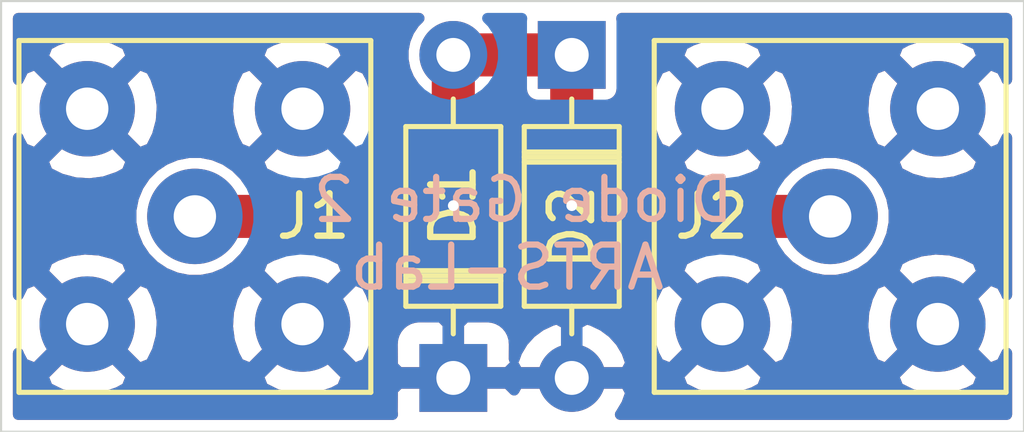
<source format=kicad_pcb>
(kicad_pcb (version 20171130) (host pcbnew "(5.1.4)-1")

  (general
    (thickness 1.6)
    (drawings 5)
    (tracks 10)
    (zones 0)
    (modules 4)
    (nets 3)
  )

  (page A4)
  (title_block
    (title "Diode Gate 2")
    (rev v01)
    (comment 2 "ARTS Lab")
    (comment 3 "University of South Carolina")
    (comment 4 "Jacob Martin")
  )

  (layers
    (0 F.Cu signal hide)
    (31 B.Cu signal hide)
    (32 B.Adhes user)
    (33 F.Adhes user)
    (34 B.Paste user)
    (35 F.Paste user)
    (36 B.SilkS user)
    (37 F.SilkS user)
    (38 B.Mask user)
    (39 F.Mask user)
    (40 Dwgs.User user)
    (41 Cmts.User user)
    (42 Eco1.User user)
    (43 Eco2.User user)
    (44 Edge.Cuts user)
    (45 Margin user)
    (46 B.CrtYd user)
    (47 F.CrtYd user)
    (48 B.Fab user)
    (49 F.Fab user hide)
  )

  (setup
    (last_trace_width 0.1524)
    (user_trace_width 1.016)
    (trace_clearance 0.1524)
    (zone_clearance 0.508)
    (zone_45_only no)
    (trace_min 0.1524)
    (via_size 0.508)
    (via_drill 0.254)
    (via_min_size 0.508)
    (via_min_drill 0.254)
    (uvia_size 0.508)
    (uvia_drill 0.254)
    (uvias_allowed no)
    (uvia_min_size 0.2)
    (uvia_min_drill 0.1)
    (edge_width 0.05)
    (segment_width 0.2)
    (pcb_text_width 0.3)
    (pcb_text_size 1.5 1.5)
    (mod_edge_width 0.12)
    (mod_text_size 1 1)
    (mod_text_width 0.15)
    (pad_size 2.25 2.25)
    (pad_drill 1)
    (pad_to_mask_clearance 0.051)
    (solder_mask_min_width 0.25)
    (aux_axis_origin 0 0)
    (visible_elements 7FFFFFFF)
    (pcbplotparams
      (layerselection 0x010fc_ffffffff)
      (usegerberextensions false)
      (usegerberattributes false)
      (usegerberadvancedattributes false)
      (creategerberjobfile false)
      (excludeedgelayer true)
      (linewidth 0.100000)
      (plotframeref false)
      (viasonmask false)
      (mode 1)
      (useauxorigin false)
      (hpglpennumber 1)
      (hpglpenspeed 20)
      (hpglpendiameter 15.000000)
      (psnegative false)
      (psa4output false)
      (plotreference true)
      (plotvalue true)
      (plotinvisibletext false)
      (padsonsilk false)
      (subtractmaskfromsilk false)
      (outputformat 1)
      (mirror false)
      (drillshape 1)
      (scaleselection 1)
      (outputdirectory ""))
  )

  (net 0 "")
  (net 1 "Net-(D1-Pad2)")
  (net 2 GND)

  (net_class Default "This is the default net class."
    (clearance 0.1524)
    (trace_width 0.1524)
    (via_dia 0.508)
    (via_drill 0.254)
    (uvia_dia 0.508)
    (uvia_drill 0.254)
    (add_net GND)
    (add_net "Net-(D1-Pad2)")
  )

  (module Diode_THT:D_DO-35_SOD27_P7.62mm_Horizontal (layer F.Cu) (tedit 5AE50CD5) (tstamp 5F7C2D1F)
    (at 140.97 106.68 90)
    (descr "Diode, DO-35_SOD27 series, Axial, Horizontal, pin pitch=7.62mm, , length*diameter=4*2mm^2, , http://www.diodes.com/_files/packages/DO-35.pdf")
    (tags "Diode DO-35_SOD27 series Axial Horizontal pin pitch 7.62mm  length 4mm diameter 2mm")
    (path /5F7C1B2E)
    (fp_text reference D1 (at 4.064 0 90) (layer F.SilkS)
      (effects (font (size 1 1) (thickness 0.15)))
    )
    (fp_text value 1N4148 (at 3.81 -2.286 90) (layer F.Fab)
      (effects (font (size 1 1) (thickness 0.15)))
    )
    (fp_text user K (at 0 -1.8 90) (layer F.Fab)
      (effects (font (size 1 1) (thickness 0.15)))
    )
    (fp_text user %R (at 4.11 0 90) (layer F.Fab)
      (effects (font (size 0.8 0.8) (thickness 0.12)))
    )
    (fp_line (start 8.67 -1.25) (end -1.05 -1.25) (layer F.CrtYd) (width 0.05))
    (fp_line (start 8.67 1.25) (end 8.67 -1.25) (layer F.CrtYd) (width 0.05))
    (fp_line (start -1.05 1.25) (end 8.67 1.25) (layer F.CrtYd) (width 0.05))
    (fp_line (start -1.05 -1.25) (end -1.05 1.25) (layer F.CrtYd) (width 0.05))
    (fp_line (start 2.29 -1.12) (end 2.29 1.12) (layer F.SilkS) (width 0.12))
    (fp_line (start 2.53 -1.12) (end 2.53 1.12) (layer F.SilkS) (width 0.12))
    (fp_line (start 2.41 -1.12) (end 2.41 1.12) (layer F.SilkS) (width 0.12))
    (fp_line (start 6.58 0) (end 5.93 0) (layer F.SilkS) (width 0.12))
    (fp_line (start 1.04 0) (end 1.69 0) (layer F.SilkS) (width 0.12))
    (fp_line (start 5.93 -1.12) (end 1.69 -1.12) (layer F.SilkS) (width 0.12))
    (fp_line (start 5.93 1.12) (end 5.93 -1.12) (layer F.SilkS) (width 0.12))
    (fp_line (start 1.69 1.12) (end 5.93 1.12) (layer F.SilkS) (width 0.12))
    (fp_line (start 1.69 -1.12) (end 1.69 1.12) (layer F.SilkS) (width 0.12))
    (fp_line (start 2.31 -1) (end 2.31 1) (layer F.Fab) (width 0.1))
    (fp_line (start 2.51 -1) (end 2.51 1) (layer F.Fab) (width 0.1))
    (fp_line (start 2.41 -1) (end 2.41 1) (layer F.Fab) (width 0.1))
    (fp_line (start 7.62 0) (end 5.81 0) (layer F.Fab) (width 0.1))
    (fp_line (start 0 0) (end 1.81 0) (layer F.Fab) (width 0.1))
    (fp_line (start 5.81 -1) (end 1.81 -1) (layer F.Fab) (width 0.1))
    (fp_line (start 5.81 1) (end 5.81 -1) (layer F.Fab) (width 0.1))
    (fp_line (start 1.81 1) (end 5.81 1) (layer F.Fab) (width 0.1))
    (fp_line (start 1.81 -1) (end 1.81 1) (layer F.Fab) (width 0.1))
    (pad 2 thru_hole oval (at 7.62 0 90) (size 1.6 1.6) (drill 0.8) (layers *.Cu *.Mask)
      (net 1 "Net-(D1-Pad2)"))
    (pad 1 thru_hole rect (at 0 0 90) (size 1.6 1.6) (drill 0.8) (layers *.Cu *.Mask)
      (net 2 GND))
    (model ${KISYS3DMOD}/Diode_THT.3dshapes/D_DO-35_SOD27_P7.62mm_Horizontal.wrl
      (at (xyz 0 0 0))
      (scale (xyz 1 1 1))
      (rotate (xyz 0 0 0))
    )
  )

  (module Diode_THT:D_DO-35_SOD27_P7.62mm_Horizontal (layer F.Cu) (tedit 5AE50CD5) (tstamp 5F7C2D3E)
    (at 143.764 99.06 270)
    (descr "Diode, DO-35_SOD27 series, Axial, Horizontal, pin pitch=7.62mm, , length*diameter=4*2mm^2, , http://www.diodes.com/_files/packages/DO-35.pdf")
    (tags "Diode DO-35_SOD27 series Axial Horizontal pin pitch 7.62mm  length 4mm diameter 2mm")
    (path /5F7C0D01)
    (fp_text reference D2 (at 4.064 0 90) (layer F.SilkS)
      (effects (font (size 1 1) (thickness 0.15)))
    )
    (fp_text value 1N4148 (at 3.81 2.12 90) (layer F.Fab)
      (effects (font (size 1 1) (thickness 0.15)))
    )
    (fp_line (start 1.81 -1) (end 1.81 1) (layer F.Fab) (width 0.1))
    (fp_line (start 1.81 1) (end 5.81 1) (layer F.Fab) (width 0.1))
    (fp_line (start 5.81 1) (end 5.81 -1) (layer F.Fab) (width 0.1))
    (fp_line (start 5.81 -1) (end 1.81 -1) (layer F.Fab) (width 0.1))
    (fp_line (start 0 0) (end 1.81 0) (layer F.Fab) (width 0.1))
    (fp_line (start 7.62 0) (end 5.81 0) (layer F.Fab) (width 0.1))
    (fp_line (start 2.41 -1) (end 2.41 1) (layer F.Fab) (width 0.1))
    (fp_line (start 2.51 -1) (end 2.51 1) (layer F.Fab) (width 0.1))
    (fp_line (start 2.31 -1) (end 2.31 1) (layer F.Fab) (width 0.1))
    (fp_line (start 1.69 -1.12) (end 1.69 1.12) (layer F.SilkS) (width 0.12))
    (fp_line (start 1.69 1.12) (end 5.93 1.12) (layer F.SilkS) (width 0.12))
    (fp_line (start 5.93 1.12) (end 5.93 -1.12) (layer F.SilkS) (width 0.12))
    (fp_line (start 5.93 -1.12) (end 1.69 -1.12) (layer F.SilkS) (width 0.12))
    (fp_line (start 1.04 0) (end 1.69 0) (layer F.SilkS) (width 0.12))
    (fp_line (start 6.58 0) (end 5.93 0) (layer F.SilkS) (width 0.12))
    (fp_line (start 2.41 -1.12) (end 2.41 1.12) (layer F.SilkS) (width 0.12))
    (fp_line (start 2.53 -1.12) (end 2.53 1.12) (layer F.SilkS) (width 0.12))
    (fp_line (start 2.29 -1.12) (end 2.29 1.12) (layer F.SilkS) (width 0.12))
    (fp_line (start -1.05 -1.25) (end -1.05 1.25) (layer F.CrtYd) (width 0.05))
    (fp_line (start -1.05 1.25) (end 8.67 1.25) (layer F.CrtYd) (width 0.05))
    (fp_line (start 8.67 1.25) (end 8.67 -1.25) (layer F.CrtYd) (width 0.05))
    (fp_line (start 8.67 -1.25) (end -1.05 -1.25) (layer F.CrtYd) (width 0.05))
    (fp_text user %R (at 4.11 0 90) (layer F.Fab)
      (effects (font (size 0.8 0.8) (thickness 0.12)))
    )
    (fp_text user K (at 0 -1.8 90) (layer F.Fab)
      (effects (font (size 1 1) (thickness 0.15)))
    )
    (pad 1 thru_hole rect (at 0 0 270) (size 1.6 1.6) (drill 0.8) (layers *.Cu *.Mask)
      (net 1 "Net-(D1-Pad2)"))
    (pad 2 thru_hole oval (at 7.62 0 270) (size 1.6 1.6) (drill 0.8) (layers *.Cu *.Mask)
      (net 2 GND))
    (model ${KISYS3DMOD}/Diode_THT.3dshapes/D_DO-35_SOD27_P7.62mm_Horizontal.wrl
      (at (xyz 0 0 0))
      (scale (xyz 1 1 1))
      (rotate (xyz 0 0 0))
    )
  )

  (module Connector_Coaxial:SMA_Amphenol_132203-12_Horizontal (layer F.Cu) (tedit 5F7C8E73) (tstamp 5F7C2D6C)
    (at 134.874 102.87 90)
    (descr https://www.amphenolrf.com/media/downloads/1769/132203-12.pdf)
    (tags "SMA THT Female Jack Horizontal")
    (path /5F7C529E)
    (fp_text reference J1 (at 0 2.794) (layer F.SilkS)
      (effects (font (size 1 1) (thickness 0.15)))
    )
    (fp_text value Conn_Coaxial (at 0 5 90) (layer F.Fab)
      (effects (font (size 1 1) (thickness 0.15)))
    )
    (fp_line (start -3.175 -5.998) (end 3.175 -6.704) (layer F.Fab) (width 0.1))
    (fp_line (start -3.175 -6.704) (end 3.175 -7.41) (layer F.Fab) (width 0.1))
    (fp_line (start -3.175 -7.41) (end 3.175 -8.116) (layer F.Fab) (width 0.1))
    (fp_line (start -3.175 -8.116) (end 3.175 -8.822) (layer F.Fab) (width 0.1))
    (fp_line (start -3.175 -8.822) (end 3.175 -9.528) (layer F.Fab) (width 0.1))
    (fp_line (start -3.175 -9.528) (end 3.175 -10.234) (layer F.Fab) (width 0.1))
    (fp_line (start -3.175 -10.234) (end 3.175 -10.94) (layer F.Fab) (width 0.1))
    (fp_line (start -3.175 -10.94) (end 3.175 -11.646) (layer F.Fab) (width 0.1))
    (fp_line (start -3.175 -11.646) (end 3.175 -12.352) (layer F.Fab) (width 0.1))
    (fp_line (start -3.175 -12.352) (end 3.175 -13.058) (layer F.Fab) (width 0.1))
    (fp_line (start -3.175 -13.058) (end 3.175 -13.764) (layer F.Fab) (width 0.1))
    (fp_line (start -3.175 -13.764) (end 3.175 -14.47) (layer F.Fab) (width 0.1))
    (fp_line (start -3.175 -14.47) (end 3.175 -15.176) (layer F.Fab) (width 0.1))
    (fp_line (start -3.175 -15.176) (end 3.175 -15.882) (layer F.Fab) (width 0.1))
    (fp_line (start -3.175 -15.882) (end 3.175 -16.588) (layer F.Fab) (width 0.1))
    (fp_line (start -3.175 -16.588) (end 3.175 -17.294) (layer F.Fab) (width 0.1))
    (fp_line (start -3.175 -17.294) (end 3.175 -18) (layer F.Fab) (width 0.1))
    (fp_line (start 4.5 4.5) (end -4.5 4.5) (layer F.CrtYd) (width 0.05))
    (fp_line (start 4.5 4.5) (end 4.5 -20) (layer F.CrtYd) (width 0.05))
    (fp_line (start -4.5 -20) (end -4.5 4.5) (layer F.CrtYd) (width 0.05))
    (fp_line (start -4.5 -20) (end 4.5 -20) (layer F.CrtYd) (width 0.05))
    (fp_line (start -4 -4) (end -4 4) (layer F.Fab) (width 0.1))
    (fp_line (start -4 4) (end 4 4) (layer F.Fab) (width 0.1))
    (fp_line (start 4 -4) (end 4 4) (layer F.Fab) (width 0.1))
    (fp_line (start -4.15 -4.15) (end -4.15 4.15) (layer F.SilkS) (width 0.12))
    (fp_line (start 4.15 -4.15) (end 4.15 4.15) (layer F.SilkS) (width 0.12))
    (fp_line (start -4.15 4.15) (end 4.15 4.15) (layer F.SilkS) (width 0.12))
    (fp_line (start -4.15 -4.15) (end 4.15 -4.15) (layer F.SilkS) (width 0.12))
    (fp_text user %R (at 0 0 90) (layer F.Fab)
      (effects (font (size 1 1) (thickness 0.15)))
    )
    (fp_line (start -3.175 -19.5) (end 3.175 -19.5) (layer F.Fab) (width 0.1))
    (fp_line (start -3.175 -19.5) (end -3.175 -5.07) (layer F.Fab) (width 0.1))
    (fp_line (start 3.175 -19.5) (end 3.175 -5.07) (layer F.Fab) (width 0.1))
    (fp_line (start 3.9 -4) (end 3.9 -5.07) (layer F.Fab) (width 0.1))
    (fp_line (start 3.9 -5.07) (end -3.9 -5.07) (layer F.Fab) (width 0.1))
    (fp_line (start -3.9 -5.07) (end -3.9 -4) (layer F.Fab) (width 0.1))
    (fp_line (start -4 -4) (end 4 -4) (layer F.Fab) (width 0.1))
    (fp_line (start -3.175 -18) (end 3.175 -18.706) (layer F.Fab) (width 0.1))
    (pad 1 thru_hole circle (at 0 0 90) (size 2.25 2.25) (drill 1) (layers *.Cu *.Mask)
      (net 1 "Net-(D1-Pad2)"))
    (pad 2 thru_hole circle (at 2.54 2.54 180) (size 2.25 2.25) (drill 1) (layers *.Cu *.Mask)
      (net 2 GND))
    (pad 2 thru_hole circle (at 2.54 -2.54 90) (size 2.25 2.25) (drill 1) (layers *.Cu *.Mask)
      (net 2 GND))
    (pad 2 thru_hole circle (at -2.54 -2.54 90) (size 2.25 2.25) (drill 1) (layers *.Cu *.Mask)
      (net 2 GND))
    (pad 2 thru_hole circle (at -2.54 2.54 90) (size 2.25 2.25) (drill 1) (layers *.Cu *.Mask)
      (net 2 GND))
    (model ${KISYS3DMOD}/Connector_Coaxial.3dshapes/SMA_Amphenol_132203-12_Horizontal.wrl
      (at (xyz 0 0 0))
      (scale (xyz 1 1 1))
      (rotate (xyz 0 0 0))
    )
  )

  (module Connector_Coaxial:SMA_Amphenol_132203-12_Horizontal (layer F.Cu) (tedit 5F7C8E95) (tstamp 5F7C2D9A)
    (at 149.86 102.87 270)
    (descr https://www.amphenolrf.com/media/downloads/1769/132203-12.pdf)
    (tags "SMA THT Female Jack Horizontal")
    (path /5F7C379F)
    (fp_text reference J2 (at 0 2.794) (layer F.SilkS)
      (effects (font (size 1 1) (thickness 0.15)))
    )
    (fp_text value Conn_Coaxial (at 0 5 90) (layer F.Fab)
      (effects (font (size 1 1) (thickness 0.15)))
    )
    (fp_line (start -3.175 -18) (end 3.175 -18.706) (layer F.Fab) (width 0.1))
    (fp_line (start -4 -4) (end 4 -4) (layer F.Fab) (width 0.1))
    (fp_line (start -3.9 -5.07) (end -3.9 -4) (layer F.Fab) (width 0.1))
    (fp_line (start 3.9 -5.07) (end -3.9 -5.07) (layer F.Fab) (width 0.1))
    (fp_line (start 3.9 -4) (end 3.9 -5.07) (layer F.Fab) (width 0.1))
    (fp_line (start 3.175 -19.5) (end 3.175 -5.07) (layer F.Fab) (width 0.1))
    (fp_line (start -3.175 -19.5) (end -3.175 -5.07) (layer F.Fab) (width 0.1))
    (fp_line (start -3.175 -19.5) (end 3.175 -19.5) (layer F.Fab) (width 0.1))
    (fp_text user %R (at 0 0 90) (layer F.Fab)
      (effects (font (size 1 1) (thickness 0.15)))
    )
    (fp_line (start -4.15 -4.15) (end 4.15 -4.15) (layer F.SilkS) (width 0.12))
    (fp_line (start -4.15 4.15) (end 4.15 4.15) (layer F.SilkS) (width 0.12))
    (fp_line (start 4.15 -4.15) (end 4.15 4.15) (layer F.SilkS) (width 0.12))
    (fp_line (start -4.15 -4.15) (end -4.15 4.15) (layer F.SilkS) (width 0.12))
    (fp_line (start 4 -4) (end 4 4) (layer F.Fab) (width 0.1))
    (fp_line (start -4 4) (end 4 4) (layer F.Fab) (width 0.1))
    (fp_line (start -4 -4) (end -4 4) (layer F.Fab) (width 0.1))
    (fp_line (start -4.5 -20) (end 4.5 -20) (layer F.CrtYd) (width 0.05))
    (fp_line (start -4.5 -20) (end -4.5 4.5) (layer F.CrtYd) (width 0.05))
    (fp_line (start 4.5 4.5) (end 4.5 -20) (layer F.CrtYd) (width 0.05))
    (fp_line (start 4.5 4.5) (end -4.5 4.5) (layer F.CrtYd) (width 0.05))
    (fp_line (start -3.175 -17.294) (end 3.175 -18) (layer F.Fab) (width 0.1))
    (fp_line (start -3.175 -16.588) (end 3.175 -17.294) (layer F.Fab) (width 0.1))
    (fp_line (start -3.175 -15.882) (end 3.175 -16.588) (layer F.Fab) (width 0.1))
    (fp_line (start -3.175 -15.176) (end 3.175 -15.882) (layer F.Fab) (width 0.1))
    (fp_line (start -3.175 -14.47) (end 3.175 -15.176) (layer F.Fab) (width 0.1))
    (fp_line (start -3.175 -13.764) (end 3.175 -14.47) (layer F.Fab) (width 0.1))
    (fp_line (start -3.175 -13.058) (end 3.175 -13.764) (layer F.Fab) (width 0.1))
    (fp_line (start -3.175 -12.352) (end 3.175 -13.058) (layer F.Fab) (width 0.1))
    (fp_line (start -3.175 -11.646) (end 3.175 -12.352) (layer F.Fab) (width 0.1))
    (fp_line (start -3.175 -10.94) (end 3.175 -11.646) (layer F.Fab) (width 0.1))
    (fp_line (start -3.175 -10.234) (end 3.175 -10.94) (layer F.Fab) (width 0.1))
    (fp_line (start -3.175 -9.528) (end 3.175 -10.234) (layer F.Fab) (width 0.1))
    (fp_line (start -3.175 -8.822) (end 3.175 -9.528) (layer F.Fab) (width 0.1))
    (fp_line (start -3.175 -8.116) (end 3.175 -8.822) (layer F.Fab) (width 0.1))
    (fp_line (start -3.175 -7.41) (end 3.175 -8.116) (layer F.Fab) (width 0.1))
    (fp_line (start -3.175 -6.704) (end 3.175 -7.41) (layer F.Fab) (width 0.1))
    (fp_line (start -3.175 -5.998) (end 3.175 -6.704) (layer F.Fab) (width 0.1))
    (pad 2 thru_hole circle (at -2.54 2.54 270) (size 2.25 2.25) (drill 1) (layers *.Cu *.Mask)
      (net 2 GND))
    (pad 2 thru_hole circle (at -2.54 -2.54 270) (size 2.25 2.25) (drill 1) (layers *.Cu *.Mask)
      (net 2 GND))
    (pad 2 thru_hole circle (at 2.54 -2.54 270) (size 2.25 2.25) (drill 1) (layers *.Cu *.Mask)
      (net 2 GND))
    (pad 2 thru_hole circle (at 2.54 2.54) (size 2.25 2.25) (drill 1) (layers *.Cu *.Mask)
      (net 2 GND))
    (pad 1 thru_hole circle (at 0 0 270) (size 2.25 2.25) (drill 1) (layers *.Cu *.Mask)
      (net 1 "Net-(D1-Pad2)"))
    (model ${KISYS3DMOD}/Connector_Coaxial.3dshapes/SMA_Amphenol_132203-12_Horizontal.wrl
      (at (xyz 0 0 0))
      (scale (xyz 1 1 1))
      (rotate (xyz 0 0 0))
    )
  )

  (gr_text "Diode Gate 2\n ARTS-Lab" (at 142.621 103.2764) (layer B.SilkS)
    (effects (font (size 0.992 0.992) (thickness 0.1476)) (justify mirror))
  )
  (gr_line (start 130.302 107.95) (end 130.302 97.79) (layer Edge.Cuts) (width 0.05) (tstamp 5F7C349A))
  (gr_line (start 154.432 107.95) (end 130.302 107.95) (layer Edge.Cuts) (width 0.05))
  (gr_line (start 154.432 97.79) (end 154.432 107.95) (layer Edge.Cuts) (width 0.05))
  (gr_line (start 130.302 97.79) (end 154.432 97.79) (layer Edge.Cuts) (width 0.05))

  (segment (start 140.97 99.06) (end 143.764 99.06) (width 1.016) (layer F.Cu) (net 1))
  (segment (start 143.764 100.876) (end 145.758 102.87) (width 1.016) (layer F.Cu) (net 1))
  (segment (start 148.26901 102.87) (end 149.86 102.87) (width 1.016) (layer F.Cu) (net 1))
  (segment (start 145.758 102.87) (end 148.26901 102.87) (width 1.016) (layer F.Cu) (net 1))
  (segment (start 143.764 99.06) (end 143.764 100.876) (width 1.016) (layer F.Cu) (net 1))
  (segment (start 140.97 100.19137) (end 140.97 99.06) (width 1.016) (layer F.Cu) (net 1))
  (segment (start 138.29137 102.87) (end 140.97 100.19137) (width 1.016) (layer F.Cu) (net 1))
  (segment (start 134.874 102.87) (end 138.29137 102.87) (width 1.016) (layer F.Cu) (net 1))
  (via (at 140.97 102.616) (size 0.508) (drill 0.254) (layers F.Cu B.Cu) (net 2))
  (via (at 143.764 102.616) (size 0.508) (drill 0.254) (layers F.Cu B.Cu) (net 2))

  (zone (net 2) (net_name GND) (layer F.Cu) (tstamp 0) (hatch edge 0.508)
    (connect_pads (clearance 0.254))
    (min_thickness 0.254)
    (fill yes (arc_segments 32) (thermal_gap 0.508) (thermal_bridge_width 0.508))
    (polygon
      (pts
        (xy 154.686 108.204) (xy 130.048 108.204) (xy 130.048 97.536) (xy 154.686 97.536)
      )
    )
    (filled_polygon
      (pts
        (xy 140.052658 98.307157) (xy 139.923412 98.500587) (xy 139.834386 98.715515) (xy 139.789 98.943682) (xy 139.789 99.176318)
        (xy 139.834386 99.404485) (xy 139.923412 99.619413) (xy 140.052658 99.812843) (xy 140.071975 99.83216) (xy 139.112351 100.791783)
        (xy 139.15886 100.618295) (xy 139.181576 100.27235) (xy 139.136366 99.92862) (xy 139.024966 99.600315) (xy 138.915714 99.395921)
        (xy 138.638531 99.285074) (xy 137.593605 100.33) (xy 137.607748 100.344143) (xy 137.428143 100.523748) (xy 137.414 100.509605)
        (xy 136.369074 101.554531) (xy 136.479921 101.831714) (xy 136.782551 101.981) (xy 136.09124 101.981) (xy 136.043787 101.909981)
        (xy 135.834019 101.700213) (xy 135.587359 101.5354) (xy 135.313284 101.421875) (xy 135.022328 101.364) (xy 134.725672 101.364)
        (xy 134.434716 101.421875) (xy 134.160641 101.5354) (xy 133.913981 101.700213) (xy 133.704213 101.909981) (xy 133.5394 102.156641)
        (xy 133.425875 102.430716) (xy 133.368 102.721672) (xy 133.368 103.018328) (xy 133.425875 103.309284) (xy 133.5394 103.583359)
        (xy 133.704213 103.830019) (xy 133.913981 104.039787) (xy 134.160641 104.2046) (xy 134.434716 104.318125) (xy 134.725672 104.376)
        (xy 135.022328 104.376) (xy 135.313284 104.318125) (xy 135.587359 104.2046) (xy 135.834019 104.039787) (xy 136.043787 103.830019)
        (xy 136.09124 103.759) (xy 136.802299 103.759) (xy 136.684315 103.799034) (xy 136.479921 103.908286) (xy 136.369074 104.185469)
        (xy 137.414 105.230395) (xy 138.458926 104.185469) (xy 138.348079 103.908286) (xy 138.045449 103.759) (xy 138.24771 103.759)
        (xy 138.29137 103.7633) (xy 138.33503 103.759) (xy 138.335037 103.759) (xy 138.465644 103.746136) (xy 138.633221 103.695303)
        (xy 138.787661 103.612753) (xy 138.923029 103.501659) (xy 138.950869 103.467736) (xy 141.567743 100.850863) (xy 141.601659 100.823029)
        (xy 141.712753 100.687661) (xy 141.795303 100.533221) (xy 141.846136 100.365644) (xy 141.859 100.235037) (xy 141.859 100.23503)
        (xy 141.8633 100.19137) (xy 141.859 100.14771) (xy 141.859 99.949) (xy 142.592854 99.949) (xy 142.610299 100.006508)
        (xy 142.645678 100.072696) (xy 142.693289 100.130711) (xy 142.751304 100.178322) (xy 142.817492 100.213701) (xy 142.875001 100.231146)
        (xy 142.875001 100.83233) (xy 142.8707 100.876) (xy 142.887864 101.050274) (xy 142.938698 101.217852) (xy 142.963407 101.264079)
        (xy 143.021248 101.372291) (xy 143.132342 101.507659) (xy 143.166259 101.535494) (xy 145.098506 103.467742) (xy 145.126341 103.501659)
        (xy 145.261709 103.612753) (xy 145.416149 103.695303) (xy 145.510758 103.724002) (xy 145.583725 103.746136) (xy 145.600325 103.747771)
        (xy 145.714333 103.759) (xy 145.71434 103.759) (xy 145.758 103.7633) (xy 145.80166 103.759) (xy 146.708299 103.759)
        (xy 146.590315 103.799034) (xy 146.385921 103.908286) (xy 146.275074 104.185469) (xy 147.32 105.230395) (xy 148.364926 104.185469)
        (xy 148.254079 103.908286) (xy 147.951449 103.759) (xy 148.64276 103.759) (xy 148.690213 103.830019) (xy 148.899981 104.039787)
        (xy 149.146641 104.2046) (xy 149.420716 104.318125) (xy 149.711672 104.376) (xy 150.008328 104.376) (xy 150.299284 104.318125)
        (xy 150.573359 104.2046) (xy 150.60199 104.185469) (xy 151.355074 104.185469) (xy 152.4 105.230395) (xy 153.444926 104.185469)
        (xy 153.334079 103.908286) (xy 153.02316 103.754911) (xy 152.688295 103.66514) (xy 152.34235 103.642424) (xy 151.99862 103.687634)
        (xy 151.670315 103.799034) (xy 151.465921 103.908286) (xy 151.355074 104.185469) (xy 150.60199 104.185469) (xy 150.820019 104.039787)
        (xy 151.029787 103.830019) (xy 151.1946 103.583359) (xy 151.308125 103.309284) (xy 151.366 103.018328) (xy 151.366 102.721672)
        (xy 151.308125 102.430716) (xy 151.1946 102.156641) (xy 151.029787 101.909981) (xy 150.820019 101.700213) (xy 150.601991 101.554531)
        (xy 151.355074 101.554531) (xy 151.465921 101.831714) (xy 151.77684 101.985089) (xy 152.111705 102.07486) (xy 152.45765 102.097576)
        (xy 152.80138 102.052366) (xy 153.129685 101.940966) (xy 153.334079 101.831714) (xy 153.444926 101.554531) (xy 152.4 100.509605)
        (xy 151.355074 101.554531) (xy 150.601991 101.554531) (xy 150.573359 101.5354) (xy 150.299284 101.421875) (xy 150.008328 101.364)
        (xy 149.711672 101.364) (xy 149.420716 101.421875) (xy 149.146641 101.5354) (xy 148.899981 101.700213) (xy 148.690213 101.909981)
        (xy 148.64276 101.981) (xy 147.931701 101.981) (xy 148.049685 101.940966) (xy 148.254079 101.831714) (xy 148.364926 101.554531)
        (xy 147.32 100.509605) (xy 146.275074 101.554531) (xy 146.385921 101.831714) (xy 146.688551 101.981) (xy 146.126236 101.981)
        (xy 144.653 100.507765) (xy 144.653 100.38765) (xy 145.552424 100.38765) (xy 145.597634 100.73138) (xy 145.709034 101.059685)
        (xy 145.818286 101.264079) (xy 146.095469 101.374926) (xy 147.140395 100.33) (xy 147.499605 100.33) (xy 148.544531 101.374926)
        (xy 148.821714 101.264079) (xy 148.975089 100.95316) (xy 149.06486 100.618295) (xy 149.080004 100.38765) (xy 150.632424 100.38765)
        (xy 150.677634 100.73138) (xy 150.789034 101.059685) (xy 150.898286 101.264079) (xy 151.175469 101.374926) (xy 152.220395 100.33)
        (xy 151.175469 99.285074) (xy 150.898286 99.395921) (xy 150.744911 99.70684) (xy 150.65514 100.041705) (xy 150.632424 100.38765)
        (xy 149.080004 100.38765) (xy 149.087576 100.27235) (xy 149.042366 99.92862) (xy 148.930966 99.600315) (xy 148.821714 99.395921)
        (xy 148.544531 99.285074) (xy 147.499605 100.33) (xy 147.140395 100.33) (xy 146.095469 99.285074) (xy 145.818286 99.395921)
        (xy 145.664911 99.70684) (xy 145.57514 100.041705) (xy 145.552424 100.38765) (xy 144.653 100.38765) (xy 144.653 100.231146)
        (xy 144.710508 100.213701) (xy 144.776696 100.178322) (xy 144.834711 100.130711) (xy 144.882322 100.072696) (xy 144.917701 100.006508)
        (xy 144.939487 99.934689) (xy 144.946843 99.86) (xy 144.946843 99.105469) (xy 146.275074 99.105469) (xy 147.32 100.150395)
        (xy 148.364926 99.105469) (xy 151.355074 99.105469) (xy 152.4 100.150395) (xy 153.444926 99.105469) (xy 153.334079 98.828286)
        (xy 153.02316 98.674911) (xy 152.688295 98.58514) (xy 152.34235 98.562424) (xy 151.99862 98.607634) (xy 151.670315 98.719034)
        (xy 151.465921 98.828286) (xy 151.355074 99.105469) (xy 148.364926 99.105469) (xy 148.254079 98.828286) (xy 147.94316 98.674911)
        (xy 147.608295 98.58514) (xy 147.26235 98.562424) (xy 146.91862 98.607634) (xy 146.590315 98.719034) (xy 146.385921 98.828286)
        (xy 146.275074 99.105469) (xy 144.946843 99.105469) (xy 144.946843 98.26) (xy 144.94054 98.196) (xy 154.026 98.196)
        (xy 154.026 99.644622) (xy 154.010966 99.600315) (xy 153.901714 99.395921) (xy 153.624531 99.285074) (xy 152.579605 100.33)
        (xy 153.624531 101.374926) (xy 153.901714 101.264079) (xy 154.026 101.012128) (xy 154.026001 104.724623) (xy 154.010966 104.680315)
        (xy 153.901714 104.475921) (xy 153.624531 104.365074) (xy 152.579605 105.41) (xy 153.624531 106.454926) (xy 153.901714 106.344079)
        (xy 154.026001 106.092127) (xy 154.026001 107.544) (xy 144.908342 107.544) (xy 144.916385 107.535131) (xy 145.06107 107.293881)
        (xy 145.155909 107.02904) (xy 145.034624 106.807) (xy 143.891 106.807) (xy 143.891 106.827) (xy 143.637 106.827)
        (xy 143.637 106.807) (xy 142.493376 106.807) (xy 142.405018 106.96876) (xy 142.405 106.96575) (xy 142.24625 106.807)
        (xy 141.097 106.807) (xy 141.097 106.827) (xy 140.843 106.827) (xy 140.843 106.807) (xy 139.69375 106.807)
        (xy 139.535 106.96575) (xy 139.531928 107.48) (xy 139.538231 107.544) (xy 130.708 107.544) (xy 130.708 106.634531)
        (xy 131.289074 106.634531) (xy 131.399921 106.911714) (xy 131.71084 107.065089) (xy 132.045705 107.15486) (xy 132.39165 107.177576)
        (xy 132.73538 107.132366) (xy 133.063685 107.020966) (xy 133.268079 106.911714) (xy 133.378926 106.634531) (xy 136.369074 106.634531)
        (xy 136.479921 106.911714) (xy 136.79084 107.065089) (xy 137.125705 107.15486) (xy 137.47165 107.177576) (xy 137.81538 107.132366)
        (xy 138.143685 107.020966) (xy 138.348079 106.911714) (xy 138.458926 106.634531) (xy 146.275074 106.634531) (xy 146.385921 106.911714)
        (xy 146.69684 107.065089) (xy 147.031705 107.15486) (xy 147.37765 107.177576) (xy 147.72138 107.132366) (xy 148.049685 107.020966)
        (xy 148.254079 106.911714) (xy 148.364926 106.634531) (xy 151.355074 106.634531) (xy 151.465921 106.911714) (xy 151.77684 107.065089)
        (xy 152.111705 107.15486) (xy 152.45765 107.177576) (xy 152.80138 107.132366) (xy 153.129685 107.020966) (xy 153.334079 106.911714)
        (xy 153.444926 106.634531) (xy 152.4 105.589605) (xy 151.355074 106.634531) (xy 148.364926 106.634531) (xy 147.32 105.589605)
        (xy 146.275074 106.634531) (xy 138.458926 106.634531) (xy 137.414 105.589605) (xy 136.369074 106.634531) (xy 133.378926 106.634531)
        (xy 132.334 105.589605) (xy 131.289074 106.634531) (xy 130.708 106.634531) (xy 130.708 106.095379) (xy 130.723034 106.139685)
        (xy 130.832286 106.344079) (xy 131.109469 106.454926) (xy 132.154395 105.41) (xy 132.513605 105.41) (xy 133.558531 106.454926)
        (xy 133.835714 106.344079) (xy 133.989089 106.03316) (xy 134.07886 105.698295) (xy 134.094004 105.46765) (xy 135.646424 105.46765)
        (xy 135.691634 105.81138) (xy 135.803034 106.139685) (xy 135.912286 106.344079) (xy 136.189469 106.454926) (xy 137.234395 105.41)
        (xy 137.593605 105.41) (xy 138.638531 106.454926) (xy 138.915714 106.344079) (xy 139.069089 106.03316) (xy 139.110148 105.88)
        (xy 139.531928 105.88) (xy 139.535 106.39425) (xy 139.69375 106.553) (xy 140.843 106.553) (xy 140.843 105.40375)
        (xy 141.097 105.40375) (xy 141.097 106.553) (xy 142.24625 106.553) (xy 142.405 106.39425) (xy 142.405018 106.39124)
        (xy 142.493376 106.553) (xy 143.637 106.553) (xy 143.637 105.410085) (xy 143.891 105.410085) (xy 143.891 106.553)
        (xy 145.034624 106.553) (xy 145.155909 106.33096) (xy 145.06107 106.066119) (xy 144.916385 105.824869) (xy 144.727414 105.616481)
        (xy 144.526631 105.46765) (xy 145.552424 105.46765) (xy 145.597634 105.81138) (xy 145.709034 106.139685) (xy 145.818286 106.344079)
        (xy 146.095469 106.454926) (xy 147.140395 105.41) (xy 147.499605 105.41) (xy 148.544531 106.454926) (xy 148.821714 106.344079)
        (xy 148.975089 106.03316) (xy 149.06486 105.698295) (xy 149.080004 105.46765) (xy 150.632424 105.46765) (xy 150.677634 105.81138)
        (xy 150.789034 106.139685) (xy 150.898286 106.344079) (xy 151.175469 106.454926) (xy 152.220395 105.41) (xy 151.175469 104.365074)
        (xy 150.898286 104.475921) (xy 150.744911 104.78684) (xy 150.65514 105.121705) (xy 150.632424 105.46765) (xy 149.080004 105.46765)
        (xy 149.087576 105.35235) (xy 149.042366 105.00862) (xy 148.930966 104.680315) (xy 148.821714 104.475921) (xy 148.544531 104.365074)
        (xy 147.499605 105.41) (xy 147.140395 105.41) (xy 146.095469 104.365074) (xy 145.818286 104.475921) (xy 145.664911 104.78684)
        (xy 145.57514 105.121705) (xy 145.552424 105.46765) (xy 144.526631 105.46765) (xy 144.50142 105.448963) (xy 144.247087 105.328754)
        (xy 144.113039 105.288096) (xy 143.891 105.410085) (xy 143.637 105.410085) (xy 143.414961 105.288096) (xy 143.280913 105.328754)
        (xy 143.02658 105.448963) (xy 142.800586 105.616481) (xy 142.611615 105.824869) (xy 142.46693 106.066119) (xy 142.405943 106.236428)
        (xy 142.408072 105.88) (xy 142.395812 105.755518) (xy 142.359502 105.63582) (xy 142.300537 105.525506) (xy 142.221185 105.428815)
        (xy 142.124494 105.349463) (xy 142.01418 105.290498) (xy 141.894482 105.254188) (xy 141.77 105.241928) (xy 141.25575 105.245)
        (xy 141.097 105.40375) (xy 140.843 105.40375) (xy 140.68425 105.245) (xy 140.17 105.241928) (xy 140.045518 105.254188)
        (xy 139.92582 105.290498) (xy 139.815506 105.349463) (xy 139.718815 105.428815) (xy 139.639463 105.525506) (xy 139.580498 105.63582)
        (xy 139.544188 105.755518) (xy 139.531928 105.88) (xy 139.110148 105.88) (xy 139.15886 105.698295) (xy 139.181576 105.35235)
        (xy 139.136366 105.00862) (xy 139.024966 104.680315) (xy 138.915714 104.475921) (xy 138.638531 104.365074) (xy 137.593605 105.41)
        (xy 137.234395 105.41) (xy 136.189469 104.365074) (xy 135.912286 104.475921) (xy 135.758911 104.78684) (xy 135.66914 105.121705)
        (xy 135.646424 105.46765) (xy 134.094004 105.46765) (xy 134.101576 105.35235) (xy 134.056366 105.00862) (xy 133.944966 104.680315)
        (xy 133.835714 104.475921) (xy 133.558531 104.365074) (xy 132.513605 105.41) (xy 132.154395 105.41) (xy 131.109469 104.365074)
        (xy 130.832286 104.475921) (xy 130.708 104.727871) (xy 130.708 104.185469) (xy 131.289074 104.185469) (xy 132.334 105.230395)
        (xy 133.378926 104.185469) (xy 133.268079 103.908286) (xy 132.95716 103.754911) (xy 132.622295 103.66514) (xy 132.27635 103.642424)
        (xy 131.93262 103.687634) (xy 131.604315 103.799034) (xy 131.399921 103.908286) (xy 131.289074 104.185469) (xy 130.708 104.185469)
        (xy 130.708 101.554531) (xy 131.289074 101.554531) (xy 131.399921 101.831714) (xy 131.71084 101.985089) (xy 132.045705 102.07486)
        (xy 132.39165 102.097576) (xy 132.73538 102.052366) (xy 133.063685 101.940966) (xy 133.268079 101.831714) (xy 133.378926 101.554531)
        (xy 132.334 100.509605) (xy 131.289074 101.554531) (xy 130.708 101.554531) (xy 130.708 101.015379) (xy 130.723034 101.059685)
        (xy 130.832286 101.264079) (xy 131.109469 101.374926) (xy 132.154395 100.33) (xy 132.513605 100.33) (xy 133.558531 101.374926)
        (xy 133.835714 101.264079) (xy 133.989089 100.95316) (xy 134.07886 100.618295) (xy 134.094004 100.38765) (xy 135.646424 100.38765)
        (xy 135.691634 100.73138) (xy 135.803034 101.059685) (xy 135.912286 101.264079) (xy 136.189469 101.374926) (xy 137.234395 100.33)
        (xy 136.189469 99.285074) (xy 135.912286 99.395921) (xy 135.758911 99.70684) (xy 135.66914 100.041705) (xy 135.646424 100.38765)
        (xy 134.094004 100.38765) (xy 134.101576 100.27235) (xy 134.056366 99.92862) (xy 133.944966 99.600315) (xy 133.835714 99.395921)
        (xy 133.558531 99.285074) (xy 132.513605 100.33) (xy 132.154395 100.33) (xy 131.109469 99.285074) (xy 130.832286 99.395921)
        (xy 130.708 99.647871) (xy 130.708 99.105469) (xy 131.289074 99.105469) (xy 132.334 100.150395) (xy 133.378926 99.105469)
        (xy 136.369074 99.105469) (xy 137.414 100.150395) (xy 138.458926 99.105469) (xy 138.348079 98.828286) (xy 138.03716 98.674911)
        (xy 137.702295 98.58514) (xy 137.35635 98.562424) (xy 137.01262 98.607634) (xy 136.684315 98.719034) (xy 136.479921 98.828286)
        (xy 136.369074 99.105469) (xy 133.378926 99.105469) (xy 133.268079 98.828286) (xy 132.95716 98.674911) (xy 132.622295 98.58514)
        (xy 132.27635 98.562424) (xy 131.93262 98.607634) (xy 131.604315 98.719034) (xy 131.399921 98.828286) (xy 131.289074 99.105469)
        (xy 130.708 99.105469) (xy 130.708 98.196) (xy 140.163815 98.196)
      )
    )
  )
  (zone (net 2) (net_name GND) (layer B.Cu) (tstamp 0) (hatch edge 0.508)
    (connect_pads (clearance 0.254))
    (min_thickness 0.254)
    (fill yes (arc_segments 32) (thermal_gap 0.508) (thermal_bridge_width 0.508))
    (polygon
      (pts
        (xy 154.686 108.204) (xy 130.048 108.204) (xy 130.048 97.536) (xy 154.686 97.536)
      )
    )
    (filled_polygon
      (pts
        (xy 140.052658 98.307157) (xy 139.923412 98.500587) (xy 139.834386 98.715515) (xy 139.789 98.943682) (xy 139.789 99.176318)
        (xy 139.834386 99.404485) (xy 139.923412 99.619413) (xy 140.052658 99.812843) (xy 140.217157 99.977342) (xy 140.410587 100.106588)
        (xy 140.625515 100.195614) (xy 140.853682 100.241) (xy 141.086318 100.241) (xy 141.314485 100.195614) (xy 141.529413 100.106588)
        (xy 141.722843 99.977342) (xy 141.887342 99.812843) (xy 142.016588 99.619413) (xy 142.105614 99.404485) (xy 142.151 99.176318)
        (xy 142.151 98.943682) (xy 142.105614 98.715515) (xy 142.016588 98.500587) (xy 141.887342 98.307157) (xy 141.776185 98.196)
        (xy 142.58746 98.196) (xy 142.581157 98.26) (xy 142.581157 99.86) (xy 142.588513 99.934689) (xy 142.610299 100.006508)
        (xy 142.645678 100.072696) (xy 142.693289 100.130711) (xy 142.751304 100.178322) (xy 142.817492 100.213701) (xy 142.889311 100.235487)
        (xy 142.964 100.242843) (xy 144.564 100.242843) (xy 144.638689 100.235487) (xy 144.710508 100.213701) (xy 144.776696 100.178322)
        (xy 144.834711 100.130711) (xy 144.882322 100.072696) (xy 144.917701 100.006508) (xy 144.939487 99.934689) (xy 144.946843 99.86)
        (xy 144.946843 99.105469) (xy 146.275074 99.105469) (xy 147.32 100.150395) (xy 148.364926 99.105469) (xy 151.355074 99.105469)
        (xy 152.4 100.150395) (xy 153.444926 99.105469) (xy 153.334079 98.828286) (xy 153.02316 98.674911) (xy 152.688295 98.58514)
        (xy 152.34235 98.562424) (xy 151.99862 98.607634) (xy 151.670315 98.719034) (xy 151.465921 98.828286) (xy 151.355074 99.105469)
        (xy 148.364926 99.105469) (xy 148.254079 98.828286) (xy 147.94316 98.674911) (xy 147.608295 98.58514) (xy 147.26235 98.562424)
        (xy 146.91862 98.607634) (xy 146.590315 98.719034) (xy 146.385921 98.828286) (xy 146.275074 99.105469) (xy 144.946843 99.105469)
        (xy 144.946843 98.26) (xy 144.94054 98.196) (xy 154.026 98.196) (xy 154.026 99.644622) (xy 154.010966 99.600315)
        (xy 153.901714 99.395921) (xy 153.624531 99.285074) (xy 152.579605 100.33) (xy 153.624531 101.374926) (xy 153.901714 101.264079)
        (xy 154.026 101.012128) (xy 154.026001 104.724623) (xy 154.010966 104.680315) (xy 153.901714 104.475921) (xy 153.624531 104.365074)
        (xy 152.579605 105.41) (xy 153.624531 106.454926) (xy 153.901714 106.344079) (xy 154.026001 106.092127) (xy 154.026001 107.544)
        (xy 144.908342 107.544) (xy 144.916385 107.535131) (xy 145.06107 107.293881) (xy 145.155909 107.02904) (xy 145.034624 106.807)
        (xy 143.891 106.807) (xy 143.891 106.827) (xy 143.637 106.827) (xy 143.637 106.807) (xy 142.493376 106.807)
        (xy 142.405018 106.96876) (xy 142.405 106.96575) (xy 142.24625 106.807) (xy 141.097 106.807) (xy 141.097 106.827)
        (xy 140.843 106.827) (xy 140.843 106.807) (xy 139.69375 106.807) (xy 139.535 106.96575) (xy 139.531928 107.48)
        (xy 139.538231 107.544) (xy 130.708 107.544) (xy 130.708 106.634531) (xy 131.289074 106.634531) (xy 131.399921 106.911714)
        (xy 131.71084 107.065089) (xy 132.045705 107.15486) (xy 132.39165 107.177576) (xy 132.73538 107.132366) (xy 133.063685 107.020966)
        (xy 133.268079 106.911714) (xy 133.378926 106.634531) (xy 136.369074 106.634531) (xy 136.479921 106.911714) (xy 136.79084 107.065089)
        (xy 137.125705 107.15486) (xy 137.47165 107.177576) (xy 137.81538 107.132366) (xy 138.143685 107.020966) (xy 138.348079 106.911714)
        (xy 138.458926 106.634531) (xy 146.275074 106.634531) (xy 146.385921 106.911714) (xy 146.69684 107.065089) (xy 147.031705 107.15486)
        (xy 147.37765 107.177576) (xy 147.72138 107.132366) (xy 148.049685 107.020966) (xy 148.254079 106.911714) (xy 148.364926 106.634531)
        (xy 151.355074 106.634531) (xy 151.465921 106.911714) (xy 151.77684 107.065089) (xy 152.111705 107.15486) (xy 152.45765 107.177576)
        (xy 152.80138 107.132366) (xy 153.129685 107.020966) (xy 153.334079 106.911714) (xy 153.444926 106.634531) (xy 152.4 105.589605)
        (xy 151.355074 106.634531) (xy 148.364926 106.634531) (xy 147.32 105.589605) (xy 146.275074 106.634531) (xy 138.458926 106.634531)
        (xy 137.414 105.589605) (xy 136.369074 106.634531) (xy 133.378926 106.634531) (xy 132.334 105.589605) (xy 131.289074 106.634531)
        (xy 130.708 106.634531) (xy 130.708 106.095379) (xy 130.723034 106.139685) (xy 130.832286 106.344079) (xy 131.109469 106.454926)
        (xy 132.154395 105.41) (xy 132.513605 105.41) (xy 133.558531 106.454926) (xy 133.835714 106.344079) (xy 133.989089 106.03316)
        (xy 134.07886 105.698295) (xy 134.094004 105.46765) (xy 135.646424 105.46765) (xy 135.691634 105.81138) (xy 135.803034 106.139685)
        (xy 135.912286 106.344079) (xy 136.189469 106.454926) (xy 137.234395 105.41) (xy 137.593605 105.41) (xy 138.638531 106.454926)
        (xy 138.915714 106.344079) (xy 139.069089 106.03316) (xy 139.110148 105.88) (xy 139.531928 105.88) (xy 139.535 106.39425)
        (xy 139.69375 106.553) (xy 140.843 106.553) (xy 140.843 105.40375) (xy 141.097 105.40375) (xy 141.097 106.553)
        (xy 142.24625 106.553) (xy 142.405 106.39425) (xy 142.405018 106.39124) (xy 142.493376 106.553) (xy 143.637 106.553)
        (xy 143.637 105.410085) (xy 143.891 105.410085) (xy 143.891 106.553) (xy 145.034624 106.553) (xy 145.155909 106.33096)
        (xy 145.06107 106.066119) (xy 144.916385 105.824869) (xy 144.727414 105.616481) (xy 144.526631 105.46765) (xy 145.552424 105.46765)
        (xy 145.597634 105.81138) (xy 145.709034 106.139685) (xy 145.818286 106.344079) (xy 146.095469 106.454926) (xy 147.140395 105.41)
        (xy 147.499605 105.41) (xy 148.544531 106.454926) (xy 148.821714 106.344079) (xy 148.975089 106.03316) (xy 149.06486 105.698295)
        (xy 149.080004 105.46765) (xy 150.632424 105.46765) (xy 150.677634 105.81138) (xy 150.789034 106.139685) (xy 150.898286 106.344079)
        (xy 151.175469 106.454926) (xy 152.220395 105.41) (xy 151.175469 104.365074) (xy 150.898286 104.475921) (xy 150.744911 104.78684)
        (xy 150.65514 105.121705) (xy 150.632424 105.46765) (xy 149.080004 105.46765) (xy 149.087576 105.35235) (xy 149.042366 105.00862)
        (xy 148.930966 104.680315) (xy 148.821714 104.475921) (xy 148.544531 104.365074) (xy 147.499605 105.41) (xy 147.140395 105.41)
        (xy 146.095469 104.365074) (xy 145.818286 104.475921) (xy 145.664911 104.78684) (xy 145.57514 105.121705) (xy 145.552424 105.46765)
        (xy 144.526631 105.46765) (xy 144.50142 105.448963) (xy 144.247087 105.328754) (xy 144.113039 105.288096) (xy 143.891 105.410085)
        (xy 143.637 105.410085) (xy 143.414961 105.288096) (xy 143.280913 105.328754) (xy 143.02658 105.448963) (xy 142.800586 105.616481)
        (xy 142.611615 105.824869) (xy 142.46693 106.066119) (xy 142.405943 106.236428) (xy 142.408072 105.88) (xy 142.395812 105.755518)
        (xy 142.359502 105.63582) (xy 142.300537 105.525506) (xy 142.221185 105.428815) (xy 142.124494 105.349463) (xy 142.01418 105.290498)
        (xy 141.894482 105.254188) (xy 141.77 105.241928) (xy 141.25575 105.245) (xy 141.097 105.40375) (xy 140.843 105.40375)
        (xy 140.68425 105.245) (xy 140.17 105.241928) (xy 140.045518 105.254188) (xy 139.92582 105.290498) (xy 139.815506 105.349463)
        (xy 139.718815 105.428815) (xy 139.639463 105.525506) (xy 139.580498 105.63582) (xy 139.544188 105.755518) (xy 139.531928 105.88)
        (xy 139.110148 105.88) (xy 139.15886 105.698295) (xy 139.181576 105.35235) (xy 139.136366 105.00862) (xy 139.024966 104.680315)
        (xy 138.915714 104.475921) (xy 138.638531 104.365074) (xy 137.593605 105.41) (xy 137.234395 105.41) (xy 136.189469 104.365074)
        (xy 135.912286 104.475921) (xy 135.758911 104.78684) (xy 135.66914 105.121705) (xy 135.646424 105.46765) (xy 134.094004 105.46765)
        (xy 134.101576 105.35235) (xy 134.056366 105.00862) (xy 133.944966 104.680315) (xy 133.835714 104.475921) (xy 133.558531 104.365074)
        (xy 132.513605 105.41) (xy 132.154395 105.41) (xy 131.109469 104.365074) (xy 130.832286 104.475921) (xy 130.708 104.727871)
        (xy 130.708 104.185469) (xy 131.289074 104.185469) (xy 132.334 105.230395) (xy 133.378926 104.185469) (xy 133.268079 103.908286)
        (xy 132.95716 103.754911) (xy 132.622295 103.66514) (xy 132.27635 103.642424) (xy 131.93262 103.687634) (xy 131.604315 103.799034)
        (xy 131.399921 103.908286) (xy 131.289074 104.185469) (xy 130.708 104.185469) (xy 130.708 102.721672) (xy 133.368 102.721672)
        (xy 133.368 103.018328) (xy 133.425875 103.309284) (xy 133.5394 103.583359) (xy 133.704213 103.830019) (xy 133.913981 104.039787)
        (xy 134.160641 104.2046) (xy 134.434716 104.318125) (xy 134.725672 104.376) (xy 135.022328 104.376) (xy 135.313284 104.318125)
        (xy 135.587359 104.2046) (xy 135.61599 104.185469) (xy 136.369074 104.185469) (xy 137.414 105.230395) (xy 138.458926 104.185469)
        (xy 146.275074 104.185469) (xy 147.32 105.230395) (xy 148.364926 104.185469) (xy 148.254079 103.908286) (xy 147.94316 103.754911)
        (xy 147.608295 103.66514) (xy 147.26235 103.642424) (xy 146.91862 103.687634) (xy 146.590315 103.799034) (xy 146.385921 103.908286)
        (xy 146.275074 104.185469) (xy 138.458926 104.185469) (xy 138.348079 103.908286) (xy 138.03716 103.754911) (xy 137.702295 103.66514)
        (xy 137.35635 103.642424) (xy 137.01262 103.687634) (xy 136.684315 103.799034) (xy 136.479921 103.908286) (xy 136.369074 104.185469)
        (xy 135.61599 104.185469) (xy 135.834019 104.039787) (xy 136.043787 103.830019) (xy 136.2086 103.583359) (xy 136.322125 103.309284)
        (xy 136.38 103.018328) (xy 136.38 102.721672) (xy 148.354 102.721672) (xy 148.354 103.018328) (xy 148.411875 103.309284)
        (xy 148.5254 103.583359) (xy 148.690213 103.830019) (xy 148.899981 104.039787) (xy 149.146641 104.2046) (xy 149.420716 104.318125)
        (xy 149.711672 104.376) (xy 150.008328 104.376) (xy 150.299284 104.318125) (xy 150.573359 104.2046) (xy 150.60199 104.185469)
        (xy 151.355074 104.185469) (xy 152.4 105.230395) (xy 153.444926 104.185469) (xy 153.334079 103.908286) (xy 153.02316 103.754911)
        (xy 152.688295 103.66514) (xy 152.34235 103.642424) (xy 151.99862 103.687634) (xy 151.670315 103.799034) (xy 151.465921 103.908286)
        (xy 151.355074 104.185469) (xy 150.60199 104.185469) (xy 150.820019 104.039787) (xy 151.029787 103.830019) (xy 151.1946 103.583359)
        (xy 151.308125 103.309284) (xy 151.366 103.018328) (xy 151.366 102.721672) (xy 151.308125 102.430716) (xy 151.1946 102.156641)
        (xy 151.029787 101.909981) (xy 150.820019 101.700213) (xy 150.601991 101.554531) (xy 151.355074 101.554531) (xy 151.465921 101.831714)
        (xy 151.77684 101.985089) (xy 152.111705 102.07486) (xy 152.45765 102.097576) (xy 152.80138 102.052366) (xy 153.129685 101.940966)
        (xy 153.334079 101.831714) (xy 153.444926 101.554531) (xy 152.4 100.509605) (xy 151.355074 101.554531) (xy 150.601991 101.554531)
        (xy 150.573359 101.5354) (xy 150.299284 101.421875) (xy 150.008328 101.364) (xy 149.711672 101.364) (xy 149.420716 101.421875)
        (xy 149.146641 101.5354) (xy 148.899981 101.700213) (xy 148.690213 101.909981) (xy 148.5254 102.156641) (xy 148.411875 102.430716)
        (xy 148.354 102.721672) (xy 136.38 102.721672) (xy 136.322125 102.430716) (xy 136.2086 102.156641) (xy 136.043787 101.909981)
        (xy 135.834019 101.700213) (xy 135.615991 101.554531) (xy 136.369074 101.554531) (xy 136.479921 101.831714) (xy 136.79084 101.985089)
        (xy 137.125705 102.07486) (xy 137.47165 102.097576) (xy 137.81538 102.052366) (xy 138.143685 101.940966) (xy 138.348079 101.831714)
        (xy 138.458926 101.554531) (xy 146.275074 101.554531) (xy 146.385921 101.831714) (xy 146.69684 101.985089) (xy 147.031705 102.07486)
        (xy 147.37765 102.097576) (xy 147.72138 102.052366) (xy 148.049685 101.940966) (xy 148.254079 101.831714) (xy 148.364926 101.554531)
        (xy 147.32 100.509605) (xy 146.275074 101.554531) (xy 138.458926 101.554531) (xy 137.414 100.509605) (xy 136.369074 101.554531)
        (xy 135.615991 101.554531) (xy 135.587359 101.5354) (xy 135.313284 101.421875) (xy 135.022328 101.364) (xy 134.725672 101.364)
        (xy 134.434716 101.421875) (xy 134.160641 101.5354) (xy 133.913981 101.700213) (xy 133.704213 101.909981) (xy 133.5394 102.156641)
        (xy 133.425875 102.430716) (xy 133.368 102.721672) (xy 130.708 102.721672) (xy 130.708 101.554531) (xy 131.289074 101.554531)
        (xy 131.399921 101.831714) (xy 131.71084 101.985089) (xy 132.045705 102.07486) (xy 132.39165 102.097576) (xy 132.73538 102.052366)
        (xy 133.063685 101.940966) (xy 133.268079 101.831714) (xy 133.378926 101.554531) (xy 132.334 100.509605) (xy 131.289074 101.554531)
        (xy 130.708 101.554531) (xy 130.708 101.015379) (xy 130.723034 101.059685) (xy 130.832286 101.264079) (xy 131.109469 101.374926)
        (xy 132.154395 100.33) (xy 132.513605 100.33) (xy 133.558531 101.374926) (xy 133.835714 101.264079) (xy 133.989089 100.95316)
        (xy 134.07886 100.618295) (xy 134.094004 100.38765) (xy 135.646424 100.38765) (xy 135.691634 100.73138) (xy 135.803034 101.059685)
        (xy 135.912286 101.264079) (xy 136.189469 101.374926) (xy 137.234395 100.33) (xy 137.593605 100.33) (xy 138.638531 101.374926)
        (xy 138.915714 101.264079) (xy 139.069089 100.95316) (xy 139.15886 100.618295) (xy 139.174004 100.38765) (xy 145.552424 100.38765)
        (xy 145.597634 100.73138) (xy 145.709034 101.059685) (xy 145.818286 101.264079) (xy 146.095469 101.374926) (xy 147.140395 100.33)
        (xy 147.499605 100.33) (xy 148.544531 101.374926) (xy 148.821714 101.264079) (xy 148.975089 100.95316) (xy 149.06486 100.618295)
        (xy 149.080004 100.38765) (xy 150.632424 100.38765) (xy 150.677634 100.73138) (xy 150.789034 101.059685) (xy 150.898286 101.264079)
        (xy 151.175469 101.374926) (xy 152.220395 100.33) (xy 151.175469 99.285074) (xy 150.898286 99.395921) (xy 150.744911 99.70684)
        (xy 150.65514 100.041705) (xy 150.632424 100.38765) (xy 149.080004 100.38765) (xy 149.087576 100.27235) (xy 149.042366 99.92862)
        (xy 148.930966 99.600315) (xy 148.821714 99.395921) (xy 148.544531 99.285074) (xy 147.499605 100.33) (xy 147.140395 100.33)
        (xy 146.095469 99.285074) (xy 145.818286 99.395921) (xy 145.664911 99.70684) (xy 145.57514 100.041705) (xy 145.552424 100.38765)
        (xy 139.174004 100.38765) (xy 139.181576 100.27235) (xy 139.136366 99.92862) (xy 139.024966 99.600315) (xy 138.915714 99.395921)
        (xy 138.638531 99.285074) (xy 137.593605 100.33) (xy 137.234395 100.33) (xy 136.189469 99.285074) (xy 135.912286 99.395921)
        (xy 135.758911 99.70684) (xy 135.66914 100.041705) (xy 135.646424 100.38765) (xy 134.094004 100.38765) (xy 134.101576 100.27235)
        (xy 134.056366 99.92862) (xy 133.944966 99.600315) (xy 133.835714 99.395921) (xy 133.558531 99.285074) (xy 132.513605 100.33)
        (xy 132.154395 100.33) (xy 131.109469 99.285074) (xy 130.832286 99.395921) (xy 130.708 99.647871) (xy 130.708 99.105469)
        (xy 131.289074 99.105469) (xy 132.334 100.150395) (xy 133.378926 99.105469) (xy 136.369074 99.105469) (xy 137.414 100.150395)
        (xy 138.458926 99.105469) (xy 138.348079 98.828286) (xy 138.03716 98.674911) (xy 137.702295 98.58514) (xy 137.35635 98.562424)
        (xy 137.01262 98.607634) (xy 136.684315 98.719034) (xy 136.479921 98.828286) (xy 136.369074 99.105469) (xy 133.378926 99.105469)
        (xy 133.268079 98.828286) (xy 132.95716 98.674911) (xy 132.622295 98.58514) (xy 132.27635 98.562424) (xy 131.93262 98.607634)
        (xy 131.604315 98.719034) (xy 131.399921 98.828286) (xy 131.289074 99.105469) (xy 130.708 99.105469) (xy 130.708 98.196)
        (xy 140.163815 98.196)
      )
    )
  )
)

</source>
